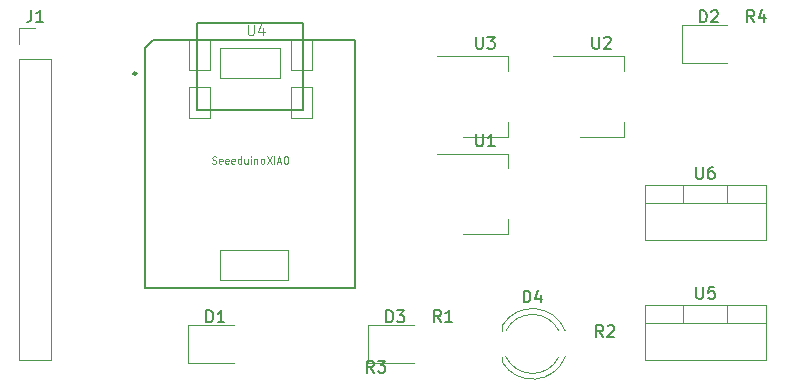
<source format=gbr>
%TF.GenerationSoftware,KiCad,Pcbnew,6.0.11+dfsg-1*%
%TF.CreationDate,2024-03-20T12:36:12-04:00*%
%TF.ProjectId,MainPCB,4d61696e-5043-4422-9e6b-696361645f70,rev?*%
%TF.SameCoordinates,Original*%
%TF.FileFunction,Legend,Top*%
%TF.FilePolarity,Positive*%
%FSLAX46Y46*%
G04 Gerber Fmt 4.6, Leading zero omitted, Abs format (unit mm)*
G04 Created by KiCad (PCBNEW 6.0.11+dfsg-1) date 2024-03-20 12:36:12*
%MOMM*%
%LPD*%
G01*
G04 APERTURE LIST*
%ADD10C,0.150000*%
%ADD11C,0.101600*%
%ADD12C,0.076200*%
%ADD13C,0.120000*%
%ADD14C,0.066040*%
%ADD15C,0.127000*%
%ADD16C,0.254000*%
G04 APERTURE END LIST*
D10*
%TO.C,U6*%
X195658095Y-94242380D02*
X195658095Y-95051904D01*
X195705714Y-95147142D01*
X195753333Y-95194761D01*
X195848571Y-95242380D01*
X196039047Y-95242380D01*
X196134285Y-95194761D01*
X196181904Y-95147142D01*
X196229523Y-95051904D01*
X196229523Y-94242380D01*
X197134285Y-94242380D02*
X196943809Y-94242380D01*
X196848571Y-94290000D01*
X196800952Y-94337619D01*
X196705714Y-94480476D01*
X196658095Y-94670952D01*
X196658095Y-95051904D01*
X196705714Y-95147142D01*
X196753333Y-95194761D01*
X196848571Y-95242380D01*
X197039047Y-95242380D01*
X197134285Y-95194761D01*
X197181904Y-95147142D01*
X197229523Y-95051904D01*
X197229523Y-94813809D01*
X197181904Y-94718571D01*
X197134285Y-94670952D01*
X197039047Y-94623333D01*
X196848571Y-94623333D01*
X196753333Y-94670952D01*
X196705714Y-94718571D01*
X196658095Y-94813809D01*
%TO.C,U5*%
X195678095Y-104402380D02*
X195678095Y-105211904D01*
X195725714Y-105307142D01*
X195773333Y-105354761D01*
X195868571Y-105402380D01*
X196059047Y-105402380D01*
X196154285Y-105354761D01*
X196201904Y-105307142D01*
X196249523Y-105211904D01*
X196249523Y-104402380D01*
X197201904Y-104402380D02*
X196725714Y-104402380D01*
X196678095Y-104878571D01*
X196725714Y-104830952D01*
X196820952Y-104783333D01*
X197059047Y-104783333D01*
X197154285Y-104830952D01*
X197201904Y-104878571D01*
X197249523Y-104973809D01*
X197249523Y-105211904D01*
X197201904Y-105307142D01*
X197154285Y-105354761D01*
X197059047Y-105402380D01*
X196820952Y-105402380D01*
X196725714Y-105354761D01*
X196678095Y-105307142D01*
%TO.C,R4*%
X200583333Y-81952380D02*
X200250000Y-81476190D01*
X200011904Y-81952380D02*
X200011904Y-80952380D01*
X200392857Y-80952380D01*
X200488095Y-81000000D01*
X200535714Y-81047619D01*
X200583333Y-81142857D01*
X200583333Y-81285714D01*
X200535714Y-81380952D01*
X200488095Y-81428571D01*
X200392857Y-81476190D01*
X200011904Y-81476190D01*
X201440476Y-81285714D02*
X201440476Y-81952380D01*
X201202380Y-80904761D02*
X200964285Y-81619047D01*
X201583333Y-81619047D01*
%TO.C,R3*%
X168393333Y-111642380D02*
X168060000Y-111166190D01*
X167821904Y-111642380D02*
X167821904Y-110642380D01*
X168202857Y-110642380D01*
X168298095Y-110690000D01*
X168345714Y-110737619D01*
X168393333Y-110832857D01*
X168393333Y-110975714D01*
X168345714Y-111070952D01*
X168298095Y-111118571D01*
X168202857Y-111166190D01*
X167821904Y-111166190D01*
X168726666Y-110642380D02*
X169345714Y-110642380D01*
X169012380Y-111023333D01*
X169155238Y-111023333D01*
X169250476Y-111070952D01*
X169298095Y-111118571D01*
X169345714Y-111213809D01*
X169345714Y-111451904D01*
X169298095Y-111547142D01*
X169250476Y-111594761D01*
X169155238Y-111642380D01*
X168869523Y-111642380D01*
X168774285Y-111594761D01*
X168726666Y-111547142D01*
%TO.C,R2*%
X187793333Y-108622380D02*
X187460000Y-108146190D01*
X187221904Y-108622380D02*
X187221904Y-107622380D01*
X187602857Y-107622380D01*
X187698095Y-107670000D01*
X187745714Y-107717619D01*
X187793333Y-107812857D01*
X187793333Y-107955714D01*
X187745714Y-108050952D01*
X187698095Y-108098571D01*
X187602857Y-108146190D01*
X187221904Y-108146190D01*
X188174285Y-107717619D02*
X188221904Y-107670000D01*
X188317142Y-107622380D01*
X188555238Y-107622380D01*
X188650476Y-107670000D01*
X188698095Y-107717619D01*
X188745714Y-107812857D01*
X188745714Y-107908095D01*
X188698095Y-108050952D01*
X188126666Y-108622380D01*
X188745714Y-108622380D01*
%TO.C,R1*%
X174043333Y-107352380D02*
X173710000Y-106876190D01*
X173471904Y-107352380D02*
X173471904Y-106352380D01*
X173852857Y-106352380D01*
X173948095Y-106400000D01*
X173995714Y-106447619D01*
X174043333Y-106542857D01*
X174043333Y-106685714D01*
X173995714Y-106780952D01*
X173948095Y-106828571D01*
X173852857Y-106876190D01*
X173471904Y-106876190D01*
X174995714Y-107352380D02*
X174424285Y-107352380D01*
X174710000Y-107352380D02*
X174710000Y-106352380D01*
X174614761Y-106495238D01*
X174519523Y-106590476D01*
X174424285Y-106638095D01*
%TO.C,J1*%
X139366666Y-80942380D02*
X139366666Y-81656666D01*
X139319047Y-81799523D01*
X139223809Y-81894761D01*
X139080952Y-81942380D01*
X138985714Y-81942380D01*
X140366666Y-81942380D02*
X139795238Y-81942380D01*
X140080952Y-81942380D02*
X140080952Y-80942380D01*
X139985714Y-81085238D01*
X139890476Y-81180476D01*
X139795238Y-81228095D01*
%TO.C,D4*%
X181062404Y-105712380D02*
X181062404Y-104712380D01*
X181300500Y-104712380D01*
X181443357Y-104760000D01*
X181538595Y-104855238D01*
X181586214Y-104950476D01*
X181633833Y-105140952D01*
X181633833Y-105283809D01*
X181586214Y-105474285D01*
X181538595Y-105569523D01*
X181443357Y-105664761D01*
X181300500Y-105712380D01*
X181062404Y-105712380D01*
X182490976Y-105045714D02*
X182490976Y-105712380D01*
X182252880Y-104664761D02*
X182014785Y-105379047D01*
X182633833Y-105379047D01*
%TO.C,D3*%
X169441904Y-107392380D02*
X169441904Y-106392380D01*
X169680000Y-106392380D01*
X169822857Y-106440000D01*
X169918095Y-106535238D01*
X169965714Y-106630476D01*
X170013333Y-106820952D01*
X170013333Y-106963809D01*
X169965714Y-107154285D01*
X169918095Y-107249523D01*
X169822857Y-107344761D01*
X169680000Y-107392380D01*
X169441904Y-107392380D01*
X170346666Y-106392380D02*
X170965714Y-106392380D01*
X170632380Y-106773333D01*
X170775238Y-106773333D01*
X170870476Y-106820952D01*
X170918095Y-106868571D01*
X170965714Y-106963809D01*
X170965714Y-107201904D01*
X170918095Y-107297142D01*
X170870476Y-107344761D01*
X170775238Y-107392380D01*
X170489523Y-107392380D01*
X170394285Y-107344761D01*
X170346666Y-107297142D01*
%TO.C,D2*%
X195981904Y-81992380D02*
X195981904Y-80992380D01*
X196220000Y-80992380D01*
X196362857Y-81040000D01*
X196458095Y-81135238D01*
X196505714Y-81230476D01*
X196553333Y-81420952D01*
X196553333Y-81563809D01*
X196505714Y-81754285D01*
X196458095Y-81849523D01*
X196362857Y-81944761D01*
X196220000Y-81992380D01*
X195981904Y-81992380D01*
X196934285Y-81087619D02*
X196981904Y-81040000D01*
X197077142Y-80992380D01*
X197315238Y-80992380D01*
X197410476Y-81040000D01*
X197458095Y-81087619D01*
X197505714Y-81182857D01*
X197505714Y-81278095D01*
X197458095Y-81420952D01*
X196886666Y-81992380D01*
X197505714Y-81992380D01*
%TO.C,D1*%
X154201904Y-107392380D02*
X154201904Y-106392380D01*
X154440000Y-106392380D01*
X154582857Y-106440000D01*
X154678095Y-106535238D01*
X154725714Y-106630476D01*
X154773333Y-106820952D01*
X154773333Y-106963809D01*
X154725714Y-107154285D01*
X154678095Y-107249523D01*
X154582857Y-107344761D01*
X154440000Y-107392380D01*
X154201904Y-107392380D01*
X155725714Y-107392380D02*
X155154285Y-107392380D01*
X155440000Y-107392380D02*
X155440000Y-106392380D01*
X155344761Y-106535238D01*
X155249523Y-106630476D01*
X155154285Y-106678095D01*
%TO.C,U3*%
X177038095Y-83222380D02*
X177038095Y-84031904D01*
X177085714Y-84127142D01*
X177133333Y-84174761D01*
X177228571Y-84222380D01*
X177419047Y-84222380D01*
X177514285Y-84174761D01*
X177561904Y-84127142D01*
X177609523Y-84031904D01*
X177609523Y-83222380D01*
X177990476Y-83222380D02*
X178609523Y-83222380D01*
X178276190Y-83603333D01*
X178419047Y-83603333D01*
X178514285Y-83650952D01*
X178561904Y-83698571D01*
X178609523Y-83793809D01*
X178609523Y-84031904D01*
X178561904Y-84127142D01*
X178514285Y-84174761D01*
X178419047Y-84222380D01*
X178133333Y-84222380D01*
X178038095Y-84174761D01*
X177990476Y-84127142D01*
D11*
%TO.C,U4*%
X157684046Y-82210486D02*
X157684046Y-82930153D01*
X157726380Y-83014820D01*
X157768713Y-83057153D01*
X157853380Y-83099486D01*
X158022713Y-83099486D01*
X158107380Y-83057153D01*
X158149713Y-83014820D01*
X158192046Y-82930153D01*
X158192046Y-82210486D01*
X158996380Y-82506820D02*
X158996380Y-83099486D01*
X158784713Y-82168153D02*
X158573046Y-82803153D01*
X159123380Y-82803153D01*
D12*
X154694708Y-93929562D02*
X154781794Y-93958591D01*
X154926937Y-93958591D01*
X154984994Y-93929562D01*
X155014022Y-93900534D01*
X155043051Y-93842477D01*
X155043051Y-93784420D01*
X155014022Y-93726362D01*
X154984994Y-93697334D01*
X154926937Y-93668305D01*
X154810822Y-93639277D01*
X154752765Y-93610248D01*
X154723737Y-93581220D01*
X154694708Y-93523162D01*
X154694708Y-93465105D01*
X154723737Y-93407048D01*
X154752765Y-93378020D01*
X154810822Y-93348991D01*
X154955965Y-93348991D01*
X155043051Y-93378020D01*
X155536537Y-93929562D02*
X155478480Y-93958591D01*
X155362365Y-93958591D01*
X155304308Y-93929562D01*
X155275280Y-93871505D01*
X155275280Y-93639277D01*
X155304308Y-93581220D01*
X155362365Y-93552191D01*
X155478480Y-93552191D01*
X155536537Y-93581220D01*
X155565565Y-93639277D01*
X155565565Y-93697334D01*
X155275280Y-93755391D01*
X156059051Y-93929562D02*
X156000994Y-93958591D01*
X155884880Y-93958591D01*
X155826822Y-93929562D01*
X155797794Y-93871505D01*
X155797794Y-93639277D01*
X155826822Y-93581220D01*
X155884880Y-93552191D01*
X156000994Y-93552191D01*
X156059051Y-93581220D01*
X156088080Y-93639277D01*
X156088080Y-93697334D01*
X155797794Y-93755391D01*
X156581565Y-93929562D02*
X156523508Y-93958591D01*
X156407394Y-93958591D01*
X156349337Y-93929562D01*
X156320308Y-93871505D01*
X156320308Y-93639277D01*
X156349337Y-93581220D01*
X156407394Y-93552191D01*
X156523508Y-93552191D01*
X156581565Y-93581220D01*
X156610594Y-93639277D01*
X156610594Y-93697334D01*
X156320308Y-93755391D01*
X157133108Y-93958591D02*
X157133108Y-93348991D01*
X157133108Y-93929562D02*
X157075051Y-93958591D01*
X156958937Y-93958591D01*
X156900880Y-93929562D01*
X156871851Y-93900534D01*
X156842822Y-93842477D01*
X156842822Y-93668305D01*
X156871851Y-93610248D01*
X156900880Y-93581220D01*
X156958937Y-93552191D01*
X157075051Y-93552191D01*
X157133108Y-93581220D01*
X157684651Y-93552191D02*
X157684651Y-93958591D01*
X157423394Y-93552191D02*
X157423394Y-93871505D01*
X157452422Y-93929562D01*
X157510480Y-93958591D01*
X157597565Y-93958591D01*
X157655622Y-93929562D01*
X157684651Y-93900534D01*
X157974937Y-93958591D02*
X157974937Y-93552191D01*
X157974937Y-93348991D02*
X157945908Y-93378020D01*
X157974937Y-93407048D01*
X158003965Y-93378020D01*
X157974937Y-93348991D01*
X157974937Y-93407048D01*
X158265222Y-93552191D02*
X158265222Y-93958591D01*
X158265222Y-93610248D02*
X158294251Y-93581220D01*
X158352308Y-93552191D01*
X158439394Y-93552191D01*
X158497451Y-93581220D01*
X158526480Y-93639277D01*
X158526480Y-93958591D01*
X158903851Y-93958591D02*
X158845794Y-93929562D01*
X158816765Y-93900534D01*
X158787737Y-93842477D01*
X158787737Y-93668305D01*
X158816765Y-93610248D01*
X158845794Y-93581220D01*
X158903851Y-93552191D01*
X158990937Y-93552191D01*
X159048994Y-93581220D01*
X159078022Y-93610248D01*
X159107051Y-93668305D01*
X159107051Y-93842477D01*
X159078022Y-93900534D01*
X159048994Y-93929562D01*
X158990937Y-93958591D01*
X158903851Y-93958591D01*
X159310251Y-93348991D02*
X159716651Y-93958591D01*
X159716651Y-93348991D02*
X159310251Y-93958591D01*
X159948880Y-93958591D02*
X159948880Y-93348991D01*
X160210137Y-93784420D02*
X160500422Y-93784420D01*
X160152080Y-93958591D02*
X160355280Y-93348991D01*
X160558480Y-93958591D01*
X160877794Y-93348991D02*
X160993908Y-93348991D01*
X161051965Y-93378020D01*
X161110022Y-93436077D01*
X161139051Y-93552191D01*
X161139051Y-93755391D01*
X161110022Y-93871505D01*
X161051965Y-93929562D01*
X160993908Y-93958591D01*
X160877794Y-93958591D01*
X160819737Y-93929562D01*
X160761680Y-93871505D01*
X160732651Y-93755391D01*
X160732651Y-93552191D01*
X160761680Y-93436077D01*
X160819737Y-93378020D01*
X160877794Y-93348991D01*
D10*
%TO.C,U2*%
X186888095Y-83222380D02*
X186888095Y-84031904D01*
X186935714Y-84127142D01*
X186983333Y-84174761D01*
X187078571Y-84222380D01*
X187269047Y-84222380D01*
X187364285Y-84174761D01*
X187411904Y-84127142D01*
X187459523Y-84031904D01*
X187459523Y-83222380D01*
X187888095Y-83317619D02*
X187935714Y-83270000D01*
X188030952Y-83222380D01*
X188269047Y-83222380D01*
X188364285Y-83270000D01*
X188411904Y-83317619D01*
X188459523Y-83412857D01*
X188459523Y-83508095D01*
X188411904Y-83650952D01*
X187840476Y-84222380D01*
X188459523Y-84222380D01*
%TO.C,U1*%
X177038095Y-91472380D02*
X177038095Y-92281904D01*
X177085714Y-92377142D01*
X177133333Y-92424761D01*
X177228571Y-92472380D01*
X177419047Y-92472380D01*
X177514285Y-92424761D01*
X177561904Y-92377142D01*
X177609523Y-92281904D01*
X177609523Y-91472380D01*
X178609523Y-92472380D02*
X178038095Y-92472380D01*
X178323809Y-92472380D02*
X178323809Y-91472380D01*
X178228571Y-91615238D01*
X178133333Y-91710476D01*
X178038095Y-91758095D01*
D13*
%TO.C,U6*%
X198270000Y-95790000D02*
X198270000Y-97300000D01*
X191299000Y-95790000D02*
X201540000Y-95790000D01*
X191299000Y-97300000D02*
X201540000Y-97300000D01*
X191299000Y-100431000D02*
X201540000Y-100431000D01*
X191299000Y-95790000D02*
X191299000Y-100431000D01*
X201540000Y-95790000D02*
X201540000Y-100431000D01*
X194570000Y-95790000D02*
X194570000Y-97300000D01*
%TO.C,U5*%
X198290000Y-105950000D02*
X198290000Y-107460000D01*
X191319000Y-105950000D02*
X201560000Y-105950000D01*
X191319000Y-107460000D02*
X201560000Y-107460000D01*
X191319000Y-110591000D02*
X201560000Y-110591000D01*
X191319000Y-105950000D02*
X191319000Y-110591000D01*
X201560000Y-105950000D02*
X201560000Y-110591000D01*
X194590000Y-105950000D02*
X194590000Y-107460000D01*
%TO.C,J1*%
X138370000Y-82490000D02*
X139700000Y-82490000D01*
X138370000Y-85090000D02*
X138370000Y-110550000D01*
X138370000Y-110550000D02*
X141030000Y-110550000D01*
X138370000Y-85090000D02*
X141030000Y-85090000D01*
X141030000Y-85090000D02*
X141030000Y-110550000D01*
X138370000Y-83820000D02*
X138370000Y-82490000D01*
%TO.C,D4*%
X179240500Y-110300000D02*
X179240500Y-110765000D01*
X179240500Y-107675000D02*
X179240500Y-108140000D01*
X179545816Y-110300000D02*
G75*
G03*
X184054979Y-110300429I2254684J1080000D01*
G01*
X184588315Y-108139173D02*
G75*
G03*
X179240500Y-107675170I-2787815J-1080827D01*
G01*
X179240500Y-110764830D02*
G75*
G03*
X184588315Y-110300827I2560000J1544830D01*
G01*
X184054979Y-108139571D02*
G75*
G03*
X179545816Y-108140000I-2254479J-1080429D01*
G01*
%TO.C,D3*%
X167895000Y-107635000D02*
X167895000Y-110805000D01*
X167895000Y-110805000D02*
X171780000Y-110805000D01*
X171780000Y-107635000D02*
X167895000Y-107635000D01*
%TO.C,D2*%
X194435000Y-82235000D02*
X194435000Y-85405000D01*
X194435000Y-85405000D02*
X198320000Y-85405000D01*
X198320000Y-82235000D02*
X194435000Y-82235000D01*
%TO.C,D1*%
X152655000Y-107635000D02*
X152655000Y-110805000D01*
X152655000Y-110805000D02*
X156540000Y-110805000D01*
X156540000Y-107635000D02*
X152655000Y-107635000D01*
%TO.C,U3*%
X179710000Y-84860000D02*
X179710000Y-86120000D01*
X179710000Y-91680000D02*
X179710000Y-90420000D01*
X173700000Y-84860000D02*
X179710000Y-84860000D01*
X175950000Y-91680000D02*
X179710000Y-91680000D01*
D14*
%TO.C,U4*%
X161091880Y-103842820D02*
X161091880Y-101302820D01*
X155376880Y-84157820D02*
X160456880Y-84157820D01*
X154487880Y-86062820D02*
X154487880Y-83395820D01*
X161345880Y-86062820D02*
X161345880Y-83395820D01*
D15*
X166824660Y-83479640D02*
X149697440Y-83479640D01*
X153426160Y-82054700D02*
X162420300Y-82054700D01*
D14*
X161345880Y-83395820D02*
X163123880Y-83395820D01*
X161345880Y-86062820D02*
X163123880Y-86062820D01*
X152709880Y-90129360D02*
X154487880Y-90129360D01*
X152709880Y-90129360D02*
X152709880Y-87459820D01*
D15*
X149697440Y-83479640D02*
X149026880Y-84150200D01*
D14*
X152709880Y-83395820D02*
X154487880Y-83395820D01*
X152709880Y-86062820D02*
X152709880Y-83395820D01*
X152709880Y-86062820D02*
X154487880Y-86062820D01*
D15*
X149026880Y-104477820D02*
X166824660Y-104477820D01*
X162420300Y-89408000D02*
X153421080Y-89408000D01*
D14*
X161345880Y-87459820D02*
X163123880Y-87459820D01*
D15*
X162420300Y-82054700D02*
X162420300Y-89408000D01*
D14*
X155376880Y-86697820D02*
X155376880Y-84157820D01*
X161345880Y-90129360D02*
X161345880Y-87459820D01*
X160456880Y-86697820D02*
X160456880Y-84157820D01*
X161345880Y-90129360D02*
X163123880Y-90129360D01*
X154487880Y-90129360D02*
X154487880Y-87459820D01*
X155376880Y-103842820D02*
X155376880Y-101302820D01*
X155376880Y-103842820D02*
X161091880Y-103842820D01*
X155376880Y-86697820D02*
X160456880Y-86697820D01*
X163123880Y-86062820D02*
X163123880Y-83395820D01*
X155376880Y-101302820D02*
X161091880Y-101302820D01*
D15*
X153421080Y-89408000D02*
X153421080Y-82054700D01*
D14*
X152709880Y-87459820D02*
X154487880Y-87459820D01*
X163123880Y-90129360D02*
X163123880Y-87459820D01*
D15*
X166824660Y-104477820D02*
X166824660Y-83479640D01*
X149026880Y-84150200D02*
X149026880Y-104477820D01*
D16*
X148264880Y-86316820D02*
G75*
G03*
X148264880Y-86316820I-127000J0D01*
G01*
D13*
%TO.C,U2*%
X183550000Y-84860000D02*
X189560000Y-84860000D01*
X189560000Y-84860000D02*
X189560000Y-86120000D01*
X185800000Y-91680000D02*
X189560000Y-91680000D01*
X189560000Y-91680000D02*
X189560000Y-90420000D01*
%TO.C,U1*%
X179710000Y-93110000D02*
X179710000Y-94370000D01*
X179710000Y-99930000D02*
X179710000Y-98670000D01*
X175950000Y-99930000D02*
X179710000Y-99930000D01*
X173700000Y-93110000D02*
X179710000Y-93110000D01*
%TD*%
M02*

</source>
